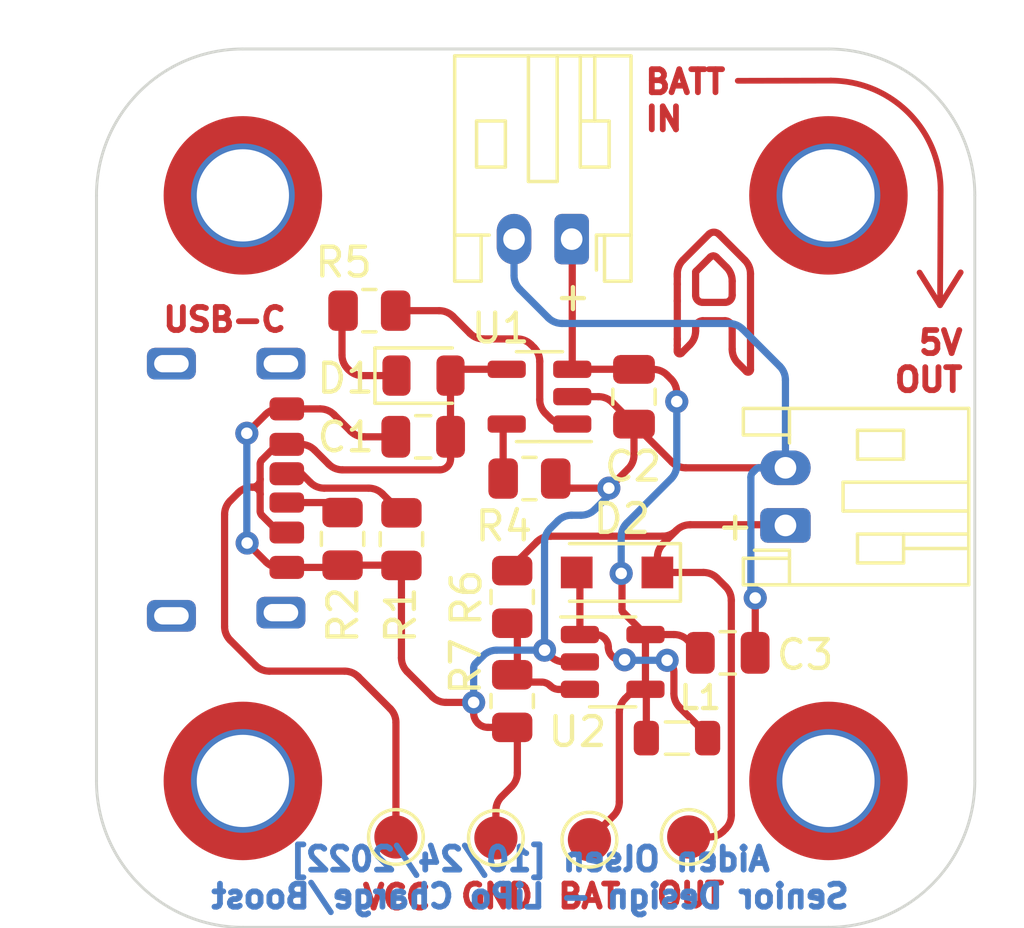
<source format=kicad_pcb>
(kicad_pcb (version 20211014) (generator pcbnew)
  (title_block (title "Lipo Charge and Boost Module") (date "10/31/2022") (rev "V1.0") (company "Senior Design"))
  (layers (0 "F.Cu" signal) (31 "B.Cu" signal) (34 "B.Paste" user) (35 "F.Paste" user) (36 "B.SilkS" user "B.Silkscreen") (37 "F.SilkS" user "F.Silkscreen") (38 "B.Mask" user) (39 "F.Mask" user) (44 "Edge.Cuts" user))
  (net 0 "")
  (net 1 "VCC")
  (net 2 "GND")
  (net 3 "+BATT")
  (net 4 "Net-(D1-Pad1)")
  (net 5 "+5V")
  (net 6 "Net-(D2-Pad2)")
  (net 7 "Net-(R4-Pad1)")
  (net 8 "Net-(R5-Pad1)")
  (net 9 "Net-(R6-Pad2)")
  (net 10 "Net-(R1-Pad1)")
  (net 11 "Net-(R2-Pad1)")
  (footprint "TestPoint:TestPoint_Pad_D1.5mm" (layer "F.Cu") (at 147.916457 112.529846)
    (fp_text reference "TP4" hide)
    (fp_text value "TestPoint")
    (fp_circle (center 0 0) (end 0 0.95) (layer "F.SilkS") (width 0.12) (fill none))
    (pad "1" smd circle (at 0 0) (size 1.5 1.5) (layers "F.Cu" "F.Mask") (net 3 "+BATT"))
  )
  (footprint "Resistor_SMD:R_0805_2012Metric" (layer "F.Cu") (at 139.348667 102.09019 -90)
    (fp_text reference "R2" (at 2.647751 -0.018495 90) (layer "F.SilkS"))
    (fp_text value "5.1k")
    (fp_line (start -0.227064 0.735) (end 0.227064 0.735) (layer "F.SilkS") (width 0.12))
    (fp_line (start -0.227064 -0.735) (end 0.227064 -0.735) (layer "F.SilkS") (width 0.12))
    (pad "1" smd roundrect (at -0.9125 0 270) (size 1.025 1.4) (layers "F.Cu" "F.Paste" "F.Mask") (roundrect_rratio 0.243902439) (net 11 "Net-(R2-Pad1)"))
    (pad "2" smd roundrect (at 0.9125 0 270) (size 1.025 1.4) (layers "F.Cu" "F.Paste" "F.Mask") (roundrect_rratio 0.243902439) (net 2 "GND"))
  )
  (footprint "Connector_JST:JST_PH_S2B-PH-K_1x02_P2.00mm_Horizontal" (layer "F.Cu") (at 147.299443 91.688531 180)
    (fp_text reference "J1" hide)
    (fp_text value "Conn_01x02_Male")
    (fp_line (start -2.06 0.14) (end -1.14 0.14) (layer "F.SilkS") (width 0.12))
    (fp_line (start -0.3 2.5) (end -1.3 2.5) (layer "F.SilkS") (width 0.12))
    (fp_line (start -2.06 6.36) (end 4.06 6.36) (layer "F.SilkS") (width 0.12))
    (fp_line (start 3.14 -1.46) (end 3.14 0.14) (layer "F.SilkS") (width 0.12))
    (fp_line (start -1.14 0.14) (end -1.14 -1.46) (layer "F.SilkS") (width 0.12))
    (fp_line (start 4.06 -1.46) (end 3.14 -1.46) (layer "F.SilkS") (width 0.12))
    (fp_line (start -2.06 -1.46) (end -2.06 6.36) (layer "F.SilkS") (width 0.12))
    (fp_line (start -1.3 4.1) (end -0.3 4.1) (layer "F.SilkS") (width 0.12))
    (fp_line (start 4.06 0.14) (end 3.14 0.14) (layer "F.SilkS") (width 0.12))
    (fp_line (start -0.3 4.1) (end -0.3 6.36) (layer "F.SilkS") (width 0.12))
    (fp_line (start 4.06 6.36) (end 4.06 -1.46) (layer "F.SilkS") (width 0.12))
    (fp_line (start 0.5 6.36) (end 0.5 2) (layer "F.SilkS") (width 0.12))
    (fp_line (start 2.3 2.5) (end 3.3 2.5) (layer "F.SilkS") (width 0.12))
    (fp_line (start 2.3 4.1) (end 2.3 2.5) (layer "F.SilkS") (width 0.12))
    (fp_line (start 3.14 0.14) (end 2.86 0.14) (layer "F.SilkS") (width 0.12))
    (fp_line (start -0.86 0.14) (end -0.86 -1.075) (layer "F.SilkS") (width 0.12))
    (fp_line (start -1.14 -1.46) (end -2.06 -1.46) (layer "F.SilkS") (width 0.12))
    (fp_line (start -0.86 0.14) (end -1.14 0.14) (layer "F.SilkS") (width 0.12))
    (fp_line (start -0.8 4.1) (end -0.8 6.36) (layer "F.SilkS") (width 0.12))
    (fp_line (start 0.5 2) (end 1.5 2) (layer "F.SilkS") (width 0.12))
    (fp_line (start 3.3 2.5) (end 3.3 4.1) (layer "F.SilkS") (width 0.12))
    (fp_line (start 1.5 2) (end 1.5 6.36) (layer "F.SilkS") (width 0.12))
    (fp_line (start -1.3 2.5) (end -1.3 4.1) (layer "F.SilkS") (width 0.12))
    (fp_line (start -0.3 4.1) (end -0.3 2.5) (layer "F.SilkS") (width 0.12))
    (fp_line (start 3.3 4.1) (end 2.3 4.1) (layer "F.SilkS") (width 0.12))
    (pad "1" thru_hole roundrect (at 0 0 180) (size 1.2 1.75) (drill 0.75) (layers *.Cu *.Mask) (roundrect_rratio 0.2083333333) (net 3 "+BATT"))
    (pad "2" thru_hole oval (at 2 0 180) (size 1.2 1.75) (drill 0.75) (layers *.Cu *.Mask) (net 2 "GND"))
  )
  (footprint "TestPoint:TestPoint_Pad_D1.5mm" (layer "F.Cu") (at 141.20115 112.435026)
    (fp_text reference "TP2" hide)
    (fp_text value "TestPoint")
    (fp_circle (center 0 0) (end 0 0.95) (layer "F.SilkS") (width 0.12) (fill none))
    (pad "1" smd circle (at 0 0) (size 1.5 1.5) (layers "F.Cu" "F.Mask") (net 1 "VCC"))
  )
  (footprint "LED_SMD:LED_0805_2012Metric" (layer "F.Cu") (at 142.157318 96.424454)
    (fp_text reference "D1" (at -2.703755 0.09872) (layer "F.SilkS"))
    (fp_text value "LED")
    (fp_line (start -1.685 -0.96) (end -1.685 0.96) (layer "F.SilkS") (width 0.12))
    (fp_line (start -1.685 0.96) (end 1 0.96) (layer "F.SilkS") (width 0.12))
    (fp_line (start 1 -0.96) (end -1.685 -0.96) (layer "F.SilkS") (width 0.12))
    (pad "1" smd roundrect (at -0.9375 0) (size 0.975 1.4) (layers "F.Cu" "F.Paste" "F.Mask") (net 4 "Net-(D1-Pad1)"))
    (pad "2" smd roundrect (at 0.9375 0) (size 0.975 1.4) (layers "F.Cu" "F.Paste" "F.Mask") (net 1 "VCC"))
  )
  (footprint "Capacitor_SMD:C_0805_2012Metric" (layer "F.Cu") (at 142.146949 98.548287 180)
    (fp_text reference "C1" (at 2.687313 -0.01233) (layer "F.SilkS"))
    (fp_text value "4.7uF")
    (fp_line (start -0.261252 -0.735) (end 0.261252 -0.735) (layer "F.SilkS") (width 0.12))
    (fp_line (start -0.261252 0.735) (end 0.261252 0.735) (layer "F.SilkS") (width 0.12))
    (pad "1" smd roundrect (at -0.95 0 180) (size 1 1.45) (layers "F.Cu" "F.Paste" "F.Mask") (net 1 "VCC"))
    (pad "2" smd roundrect (at 0.95 0 180) (size 1 1.45) (layers "F.Cu" "F.Paste" "F.Mask") (net 2 "GND"))
  )
  (footprint "Resistor_SMD:R_0805_2012Metric" (layer "F.Cu") (at 145.834261 99.997093)
    (fp_text reference "R4" (at -0.887751 1.652203) (layer "F.SilkS"))
    (fp_text value "2k")
    (fp_line (start -0.227064 0.735) (end 0.227064 0.735) (layer "F.SilkS") (width 0.12))
    (fp_line (start -0.227064 -0.735) (end 0.227064 -0.735) (layer "F.SilkS") (width 0.12))
    (pad "1" smd roundrect (at -0.9125 0) (size 1.025 1.4) (layers "F.Cu" "F.Paste" "F.Mask") (roundrect_rratio 0.243902439) (net 7 "Net-(R4-Pad1)"))
    (pad "2" smd roundrect (at 0.9125 0) (size 1.025 1.4) (layers "F.Cu" "F.Paste" "F.Mask") (roundrect_rratio 0.243902439) (net 2 "GND"))
  )
  (footprint "Capacitor_SMD:C_0805_2012Metric" (layer "F.Cu") (at 149.462361 97.15859 -90)
    (fp_text reference "C2" (at 2.417219 0.031444 180) (layer "F.SilkS"))
    (fp_text value "4.7uF")
    (fp_line (start -0.261252 0.735) (end 0.261252 0.735) (layer "F.SilkS") (width 0.12))
    (fp_line (start -0.261252 -0.735) (end 0.261252 -0.735) (layer "F.SilkS") (width 0.12))
    (pad "1" smd roundrect (at -0.95 0 270) (size 1 1.45) (layers "F.Cu" "F.Paste" "F.Mask") (net 3 "+BATT"))
    (pad "2" smd roundrect (at 0.95 0 270) (size 1 1.45) (layers "F.Cu" "F.Paste" "F.Mask") (net 2 "GND"))
  )
  (footprint "Package_TO_SOT_SMD:SOT-23-5" (layer "F.Cu") (at 146.1825 97.155 180)
    (fp_text reference "U1" (at 1.34848 2.372079) (layer "F.SilkS"))
    (fp_text value "MCP73831-2-OT")
    (fp_line (start 0 1.56) (end 0.8 1.56) (layer "F.SilkS") (width 0.12))
    (fp_line (start 0 -1.56) (end -1.8 -1.56) (layer "F.SilkS") (width 0.12))
    (fp_line (start 0 -1.56) (end 0.8 -1.56) (layer "F.SilkS") (width 0.12))
    (fp_line (start 0 1.56) (end -0.8 1.56) (layer "F.SilkS") (width 0.12))
    (pad "1" smd roundrect (at -1.1375 -0.95 180) (size 1.325 0.6) (layers "F.Cu" "F.Paste" "F.Mask") (net 8 "Net-(R5-Pad1)"))
    (pad "2" smd roundrect (at -1.1375 0 180) (size 1.325 0.6) (layers "F.Cu" "F.Paste" "F.Mask") (net 2 "GND"))
    (pad "3" smd roundrect (at -1.1375 0.95 180) (size 1.325 0.6) (layers "F.Cu" "F.Paste" "F.Mask") (net 3 "+BATT"))
    (pad "4" smd roundrect (at 1.1375 0.95 180) (size 1.325 0.6) (layers "F.Cu" "F.Paste" "F.Mask") (net 1 "VCC"))
    (pad "5" smd roundrect (at 1.1375 -0.95 180) (size 1.325 0.6) (layers "F.Cu" "F.Paste" "F.Mask") (net 7 "Net-(R4-Pad1)"))
  )
  (footprint "Resistor_SMD:R_0805_2012Metric" (layer "F.Cu") (at 140.279662 94.171124 180)
    (fp_text reference "R5" (at 0.893826 1.676886) (layer "F.SilkS"))
    (fp_text value "470")
    (fp_line (start -0.227064 -0.735) (end 0.227064 -0.735) (layer "F.SilkS") (width 0.12))
    (fp_line (start -0.227064 0.735) (end 0.227064 0.735) (layer "F.SilkS") (width 0.12))
    (pad "1" smd roundrect (at -0.9125 0 180) (size 1.025 1.4) (layers "F.Cu" "F.Paste" "F.Mask") (roundrect_rratio 0.243902439) (net 8 "Net-(R5-Pad1)"))
    (pad "2" smd roundrect (at 0.9125 0 180) (size 1.025 1.4) (layers "F.Cu" "F.Paste" "F.Mask") (roundrect_rratio 0.243902439) (net 4 "Net-(D1-Pad1)"))
  )
  (footprint "Resistor_SMD:R_0805_2012Metric" (layer "F.Cu") (at 141.392344 102.099437 -90)
    (fp_text reference "R1" (at 2.63568 0.023552 90) (layer "F.SilkS"))
    (fp_text value "5.1k")
    (fp_line (start -0.227064 0.735) (end 0.227064 0.735) (layer "F.SilkS") (width 0.12))
    (fp_line (start -0.227064 -0.735) (end 0.227064 -0.735) (layer "F.SilkS") (width 0.12))
    (pad "1" smd roundrect (at -0.9125 0 270) (size 1.025 1.4) (layers "F.Cu" "F.Paste" "F.Mask") (roundrect_rratio 0.243902439) (net 10 "Net-(R1-Pad1)"))
    (pad "2" smd roundrect (at 0.9125 0 270) (size 1.025 1.4) (layers "F.Cu" "F.Paste" "F.Mask") (roundrect_rratio 0.243902439) (net 2 "GND"))
  )
  (footprint "Resistor_SMD:R_0805_2012Metric" (layer "F.Cu") (at 145.236159 107.718858 -90)
    (fp_text reference "R7" (at -1.20852 1.614193 90) (layer "F.SilkS"))
    (fp_text value "1k")
    (fp_line (start -0.227064 -0.735) (end 0.227064 -0.735) (layer "F.SilkS") (width 0.12))
    (fp_line (start -0.227064 0.735) (end 0.227064 0.735) (layer "F.SilkS") (width 0.12))
    (pad "1" smd roundrect (at -0.9125 0 270) (size 1.025 1.4) (layers "F.Cu" "F.Paste" "F.Mask") (roundrect_rratio 0.243902439) (net 9 "Net-(R6-Pad2)"))
    (pad "2" smd roundrect (at 0.9125 0 270) (size 1.025 1.4) (layers "F.Cu" "F.Paste" "F.Mask") (roundrect_rratio 0.243902439) (net 2 "GND"))
  )
  (footprint "Adafruit 1offs:Adafruit SMD Power Only" (layer "F.Cu") (at 130.81 100.33 -90)
    (fp_text reference "U3" hide)
    (fp_text value "Adafruit USB-C")
    (pad "1" smd roundrect (at -2.75 -6.604 270) (size 0.8 1.2) (layers "F.Cu" "F.Paste" "F.Mask") (net 2 "GND"))
    (pad "2" smd roundrect (at -1.52 -6.604 270) (size 0.8 1.2) (layers "F.Cu" "F.Paste" "F.Mask") (net 1 "VCC"))
    (pad "3" smd roundrect (at -0.5 -6.604 270) (size 0.8 1.2) (layers "F.Cu" "F.Paste" "F.Mask") (net 10 "Net-(R1-Pad1)"))
    (pad "4" smd roundrect (at 0.5 -6.604 270) (size 0.7 1.2) (layers "F.Cu" "F.Paste" "F.Mask") (net 11 "Net-(R2-Pad1)"))
    (pad "5" smd roundrect (at 1.54 -6.604 270) (size 0.76 1.2) (layers "F.Cu" "F.Paste" "F.Mask") (net 1 "VCC"))
    (pad "6" smd roundrect (at 2.75 -6.604 270) (size 0.8 1.2) (layers "F.Cu" "F.Paste" "F.Mask") (net 2 "GND"))
    (pad "7" thru_hole roundrect (at 4.32 -6.4 270) (size 1.1 1.7) (drill oval 0.6 1.2) (layers *.Cu *.Mask))
    (pad "8" thru_hole roundrect (at 4.43 -2.6 270) (size 1.1 1.7) (drill oval 0.6 1.2) (layers *.Cu *.Mask))
    (pad "9" thru_hole roundrect (at -4.32 -2.6 270) (size 1.1 1.7) (drill oval 0.6 1.2) (layers *.Cu *.Mask))
    (pad "10" thru_hole roundrect (at -4.32 -6.4 270) (size 1.1 1.7) (drill oval 0.6 1.2) (layers *.Cu *.Mask))
  )
  (footprint "MountingHole:MountingHole_3.2mm_M3_ISO14580_Pad_TopOnly" (layer "F.Cu") (at 156.21 90.17)
    (fp_text reference "H2" hide)
    (fp_text value "MountingHole")
    (pad "1" connect circle (at 0 0) (size 5.5 5.5) (layers "F.Cu" "F.Mask"))
    (pad "1" thru_hole circle (at 0 0) (size 3.6 3.6) (drill 3.2) (layers *.Cu *.Mask))
  )
  (footprint "MountingHole:MountingHole_3.2mm_M3_ISO14580_Pad_TopOnly" (layer "F.Cu") (at 135.89 90.17)
    (fp_text reference "H1" hide)
    (fp_text value "MountingHole")
    (pad "1" connect circle (at 0 0) (size 5.5 5.5) (layers "F.Cu" "F.Mask"))
    (pad "1" thru_hole circle (at 0 0) (size 3.6 3.6) (drill 3.2) (layers *.Cu *.Mask))
  )
  (footprint "Package_TO_SOT_SMD:SOT-23-5" (layer "F.Cu") (at 148.7225 106.36)
    (fp_text reference "U2" (at -1.220554 2.425337) (layer "F.SilkS"))
    (fp_text value "AP3012")
    (fp_line (start 0 1.56) (end -0.8 1.56) (layer "F.SilkS") (width 0.12))
    (fp_line (start 0 1.56) (end 0.8 1.56) (layer "F.SilkS") (width 0.12))
    (fp_line (start 0 -1.56) (end 0.8 -1.56) (layer "F.SilkS") (width 0.12))
    (fp_line (start 0 -1.56) (end -1.8 -1.56) (layer "F.SilkS") (width 0.12))
    (pad "1" smd roundrect (at -1.1375 -0.95) (size 1.325 0.6) (layers "F.Cu" "F.Paste" "F.Mask") (net 6 "Net-(D2-Pad2)"))
    (pad "2" smd roundrect (at -1.1375 0) (size 1.325 0.6) (layers "F.Cu" "F.Paste" "F.Mask") (net 2 "GND"))
    (pad "3" smd roundrect (at -1.1375 0.95) (size 1.325 0.6) (layers "F.Cu" "F.Paste" "F.Mask") (net 9 "Net-(R6-Pad2)"))
    (pad "4" smd roundrect (at 1.1375 0.95) (size 1.325 0.6) (layers "F.Cu" "F.Paste" "F.Mask") (net 3 "+BATT"))
    (pad "5" smd roundrect (at 1.1375 -0.95) (size 1.325 0.6) (layers "F.Cu" "F.Paste" "F.Mask") (net 3 "+BATT"))
  )
  (footprint "Connector_JST:JST_PH_S2B-PH-K_1x02_P2.00mm_Horizontal" (layer "F.Cu") (at 154.718074 101.623867 90)
    (fp_text reference "J2" hide)
    (fp_text value "Conn_01x02_Male")
    (fp_line (start -2.06 6.36) (end 4.06 6.36) (layer "F.SilkS") (width 0.12))
    (fp_line (start -1.3 4.1) (end -0.3 4.1) (layer "F.SilkS") (width 0.12))
    (fp_line (start -0.86 0.14) (end -1.14 0.14) (layer "F.SilkS") (width 0.12))
    (fp_line (start -0.8 4.1) (end -0.8 6.36) (layer "F.SilkS") (width 0.12))
    (fp_line (start 3.3 4.1) (end 2.3 4.1) (layer "F.SilkS") (width 0.12))
    (fp_line (start -1.14 0.14) (end -1.14 -1.46) (layer "F.SilkS") (width 0.12))
    (fp_line (start 0.5 6.36) (end 0.5 2) (layer "F.SilkS") (width 0.12))
    (fp_line (start 4.06 -1.46) (end 3.14 -1.46) (layer "F.SilkS") (width 0.12))
    (fp_line (start -1.3 2.5) (end -1.3 4.1) (layer "F.SilkS") (width 0.12))
    (fp_line (start -0.3 2.5) (end -1.3 2.5) (layer "F.SilkS") (width 0.12))
    (fp_line (start 0.5 2) (end 1.5 2) (layer "F.SilkS") (width 0.12))
    (fp_line (start -0.86 0.14) (end -0.86 -1.075) (layer "F.SilkS") (width 0.12))
    (fp_line (start 2.3 4.1) (end 2.3 2.5) (layer "F.SilkS") (width 0.12))
    (fp_line (start 4.06 6.36) (end 4.06 -1.46) (layer "F.SilkS") (width 0.12))
    (fp_line (start 3.14 0.14) (end 2.86 0.14) (layer "F.SilkS") (width 0.12))
    (fp_line (start 4.06 0.14) (end 3.14 0.14) (layer "F.SilkS") (width 0.12))
    (fp_line (start -0.3 4.1) (end -0.3 2.5) (layer "F.SilkS") (width 0.12))
    (fp_line (start 3.14 -1.46) (end 3.14 0.14) (layer "F.SilkS") (width 0.12))
    (fp_line (start -0.3 4.1) (end -0.3 6.36) (layer "F.SilkS") (width 0.12))
    (fp_line (start -2.06 -1.46) (end -2.06 6.36) (layer "F.SilkS") (width 0.12))
    (fp_line (start -2.06 0.14) (end -1.14 0.14) (layer "F.SilkS") (width 0.12))
    (fp_line (start 1.5 2) (end 1.5 6.36) (layer "F.SilkS") (width 0.12))
    (fp_line (start 2.3 2.5) (end 3.3 2.5) (layer "F.SilkS") (width 0.12))
    (fp_line (start -1.14 -1.46) (end -2.06 -1.46) (layer "F.SilkS") (width 0.12))
    (fp_line (start 3.3 2.5) (end 3.3 4.1) (layer "F.SilkS") (width 0.12))
    (pad "1" thru_hole roundrect (at 0 0 90) (size 1.2 1.75) (drill 0.75) (layers *.Cu *.Mask) (roundrect_rratio 0.2083333333) (net 5 "+5V"))
    (pad "2" thru_hole oval (at 2 0 90) (size 1.2 1.75) (drill 0.75) (layers *.Cu *.Mask) (net 2 "GND"))
  )
  (footprint "Inductor_SMD:L_0805_2012Metric" (layer "F.Cu") (at 150.953347 109.004227)
    (fp_text reference "L1" (at 0.811191 -1.406102) (layer "F.SilkS") (effects (font (size 0.8 0.8))))
    (fp_text value "10uH")
    (fp_line (start -0.399622 0.56) (end 0.399622 0.56) (layer "F.SilkS") (width 0.12))
    (fp_line (start -0.399622 -0.56) (end 0.399622 -0.56) (layer "F.SilkS") (width 0.12))
    (pad "1" smd roundrect (at -1.0625 0) (size 0.875 1.2) (layers "F.Cu" "F.Paste" "F.Mask") (net 3 "+BATT"))
    (pad "2" smd roundrect (at 1.0625 0) (size 0.875 1.2) (layers "F.Cu" "F.Paste" "F.Mask") (net 6 "Net-(D2-Pad2)"))
  )
  (footprint "Diode_SMD:D_SOD-123F" (layer "F.Cu") (at 148.874204 103.255389 180)
    (fp_text reference "D2" (at -0.170668 1.863748) (layer "F.SilkS"))
    (fp_text value "1N5819")
    (fp_line (start -2.2 -1) (end -2.2 1) (layer "F.SilkS") (width 0.12))
    (fp_line (start -2.2 -1) (end 1.65 -1) (layer "F.SilkS") (width 0.12))
    (fp_line (start -2.2 1) (end 1.65 1) (layer "F.SilkS") (width 0.12))
    (pad "1" smd rect (at -1.4 0 180) (size 1.1 1.1) (layers "F.Cu" "F.Paste" "F.Mask") (net 5 "+5V"))
    (pad "2" smd rect (at 1.4 0 180) (size 1.1 1.1) (layers "F.Cu" "F.Paste" "F.Mask") (net 6 "Net-(D2-Pad2)"))
  )
  (footprint "MountingHole:MountingHole_3.2mm_M3_ISO14580_Pad_TopOnly" (layer "F.Cu") (at 156.21 110.49)
    (fp_text reference "H3" hide)
    (fp_text value "MountingHole")
    (pad "1" thru_hole circle (at 0 0) (size 3.6 3.6) (drill 3.2) (layers *.Cu *.Mask))
    (pad "1" connect circle (at 0 0) (size 5.5 5.5) (layers "F.Cu" "F.Mask"))
  )
  (footprint "MountingHole:MountingHole_3.2mm_M3_ISO14580_Pad_TopOnly" (layer "F.Cu") (at 135.89 110.49)
    (fp_text reference "H4" hide)
    (fp_text value "MountingHole")
    (pad "1" thru_hole circle (at 0 0) (size 3.6 3.6) (drill 3.2) (layers *.Cu *.Mask))
    (pad "1" connect circle (at 0 0) (size 5.5 5.5) (layers "F.Cu" "F.Mask"))
  )
  (footprint "Resistor_SMD:R_0805_2012Metric" (layer "F.Cu") (at 145.236217 104.104894 -90)
    (fp_text reference "R6" (at 0.035106 1.591683 90) (layer "F.SilkS"))
    (fp_text value "3k")
    (fp_line (start -0.227064 -0.735) (end 0.227064 -0.735) (layer "F.SilkS") (width 0.12))
    (fp_line (start -0.227064 0.735) (end 0.227064 0.735) (layer "F.SilkS") (width 0.12))
    (pad "1" smd roundrect (at -0.9125 0 270) (size 1.025 1.4) (layers "F.Cu" "F.Paste" "F.Mask") (roundrect_rratio 0.243902439) (net 5 "+5V"))
    (pad "2" smd roundrect (at 0.9125 0 270) (size 1.025 1.4) (layers "F.Cu" "F.Paste" "F.Mask") (roundrect_rratio 0.243902439) (net 9 "Net-(R6-Pad2)"))
  )
  (footprint "TestPoint:TestPoint_Pad_D1.5mm" (layer "F.Cu") (at 151.36115 112.435026)
    (fp_text reference "TP3" hide)
    (fp_text value "TestPoint")
    (fp_circle (center 0 0) (end 0 0.95) (layer "F.SilkS") (width 0.12) (fill none))
    (pad "1" smd circle (at 0 0) (size 1.5 1.5) (layers "F.Cu" "F.Mask") (net 5 "+5V"))
  )
  (footprint "TestPoint:TestPoint_Pad_D1.5mm" (layer "F.Cu") (at 144.670617 112.467426)
    (fp_text reference "TP1" hide)
    (fp_text value "TestPoint")
    (fp_circle (center 0 0) (end 0 0.95) (layer "F.SilkS") (width 0.12) (fill none))
    (pad "1" smd circle (at 0 0) (size 1.5 1.5) (layers "F.Cu" "F.Mask") (net 2 "GND"))
  )
  (footprint "Capacitor_SMD:C_0805_2012Metric" (layer "F.Cu") (at 152.715 106.045)
    (fp_text reference "C3" (at 2.684264 0.067802) (layer "F.SilkS"))
    (fp_text value "1uF")
    (fp_line (start -0.261252 -0.735) (end 0.261252 -0.735) (layer "F.SilkS") (width 0.12))
    (fp_line (start -0.261252 0.735) (end 0.261252 0.735) (layer "F.SilkS") (width 0.12))
    (pad "1" smd roundrect (at -0.95 0) (size 1 1.45) (layers "F.Cu" "F.Paste" "F.Mask") (net 3 "+BATT"))
    (pad "2" smd roundrect (at 0.95 0) (size 1 1.45) (layers "F.Cu" "F.Paste" "F.Mask") (net 2 "GND"))
  )
  (gr_line (start 160.082728 93.982645) (end 160.799187 92.841719) (layer "F.Cu") (width 0.2))
  (gr_line (start 156.293649 86.187504) (end 153.063639 86.193704) (layer "F.Cu") (width 0.2))
  (gr_line (start 160.082728 93.982645) (end 159.371984 92.848758) (layer "F.Cu") (width 0.2))
  (gr_arc (start 156.293649 86.187504) (mid 158.987726 87.303427) (end 160.103649 89.997504) (layer "F.Cu") (width 0.2))
  (gr_line (start 160.103649 89.997504) (end 160.083705 93.908424) (layer "F.Cu") (width 0.2))
  (gr_line (start 135.89 85.09) (end 156.21 85.09) (layer "Edge.Cuts") (width 0.1))
  (gr_line (start 161.29 90.17) (end 161.29 110.49) (layer "Edge.Cuts") (width 0.1))
  (gr_arc (start 130.81 90.17) (mid 132.297898 86.577898) (end 135.89 85.09) (layer "Edge.Cuts") (width 0.1))
  (gr_line (start 156.21 115.57) (end 135.89 115.57) (layer "Edge.Cuts") (width 0.1))
  (gr_line (start 130.81 110.49) (end 130.81 90.17) (layer "Edge.Cuts") (width 0.1))
  (gr_arc (start 135.89 115.57) (mid 132.297898 114.082102) (end 130.81 110.49) (layer "Edge.Cuts") (width 0.1))
  (gr_arc (start 161.29 110.49) (mid 159.802102 114.082102) (end 156.21 115.57) (layer "Edge.Cuts") (width 0.1))
  (gr_arc (start 156.21 85.09) (mid 159.802102 86.577898) (end 161.29 90.17) (layer "Edge.Cuts") (width 0.1))
  (gr_text "OUT" (at 151.4198 114.455721) (layer "F.Cu") (effects (font (size 0.8 0.8) (thickness 0.2))))
  (gr_text "USB-C" (at 135.255 94.482385) (layer "F.Cu") (effects (font (size 0.8 0.8) (thickness 0.2))))
  (gr_text "GND\n" (at 144.70263 114.491356) (layer "F.Cu") (effects (font (size 0.8 0.8) (thickness 0.2))))
  (gr_text "BAT\n" (at 147.909767 114.491356) (layer "F.Cu") (effects (font (size 0.8 0.8) (thickness 0.2))))
  (gr_text "BATT\nIN\n" (at 149.758298 86.875809) (layer "F.Cu") (effects (font (size 0.8 0.8) (thickness 0.2)) (justify left)))
  (gr_text "VCC\n" (at 141.228232 114.526991) (layer "F.Cu") (effects (font (size 0.8 0.8) (thickness 0.2))))
  (gr_text "5V\nOUT" (at 160.959521 95.927062) (layer "F.Cu") (effects (font (size 0.8 0.8) (thickness 0.2)) (justify right)))
  (gr_text "Aiden Olsen [10/24/2022]\nSenior Design - LiPo Charge/Boost" (at 145.857178 113.85241) (layer "B.Cu") (effects (font (size 0.8 0.8) (thickness 0.2)) (justify mirror)))
  (gr_text "+" (at 152.973983 101.625709) (layer "F.SilkS") (effects (font (size 1 1))))
  (gr_text "+" (at 147.343676 93.661319) (layer "F.SilkS") (effects (font (size 1 1))))
  (segment (start 151.850407 94.519552) (end 152.62041 94.519552) (width 0.25) (layer "F.Cu") (net 0))
  (segment (start 151.850407 93.884552) (end 152.62041 93.884552) (width 0.25) (layer "F.Cu") (net 0))
  (segment (start 151.610795 92.811546) (end 151.621181 92.801159) (width 0.25) (layer "F.Cu") (net 0))
  (segment (start 153.505409 92.896296) (end 153.505409 96.222063) (width 0.25) (layer "F.Cu") (net 0))
  (segment (start 152.058632 91.521327) (end 151.164632 92.415328) (width 0.25) (layer "F.Cu") (net 0))
  (segment (start 152.10695 92.315391) (end 151.641954 92.780386) (width 0.25) (layer "F.Cu") (net 0))
  (segment (start 150.965409 92.926478) (end 150.965409 92.896296) (width 0.25) (layer "F.Cu") (net 0))
  (segment (start 153.306185 92.415328) (end 152.412184 91.521327) (width 0.25) (layer "F.Cu") (net 0))
  (segment (start 152.870409 93.144302) (end 152.870409 93.634553) (width 0.25) (layer "F.Cu") (net 0))
  (segment (start 150.965409 92.926478) (end 150.965409 92.986842) (width 0.25) (layer "F.Cu") (net 0))
  (segment (start 152.323242 92.315391) (end 152.671185 92.663334) (width 0.25) (layer "F.Cu") (net 0))
  (segment (start 150.965409 95.377634) (end 150.965409 95.517253) (width 0.25) (layer "F.Cu") (net 0))
  (segment (start 150.965409 95.377634) (end 150.965409 95.154552) (width 0.25) (layer "F.Cu") (net 0))
  (segment (start 150.965409 92.986842) (end 150.965409 93.249552) (width 0.25) (layer "F.Cu") (net 0))
  (segment (start 150.965409 93.249552) (end 150.965409 93.835336) (width 0.25) (layer "F.Cu") (net 0))
  (segment (start 151.600409 94.76955) (end 151.600409 94.872807) (width 0.25) (layer "F.Cu") (net 0))
  (segment (start 152.870409 95.507807) (end 152.870409 94.76955) (width 0.25) (layer "F.Cu") (net 0))
  (segment (start 150.965409 94.568768) (end 150.965409 95.154552) (width 0.25) (layer "F.Cu") (net 0))
  (segment (start 150.965409 95.587063) (end 150.965409 95.517253) (width 0.25) (layer "F.Cu") (net 0))
  (segment (start 150.965409 93.835336) (end 150.965409 94.568768) (width 0.25) (layer "F.Cu") (net 0))
  (segment (start 153.069632 95.988775) (end 153.362228 96.281371) (width 0.25) (layer "F.Cu") (net 0))
  (segment (start 151.600409 92.836621) (end 151.600409 93.634553) (width 0.25) (layer "F.Cu") (net 0))
  (segment (start 151.401185 95.353775) (end 151.108589 95.646371) (width 0.25) (layer "F.Cu") (net 0))
  (segment (start 151.641954 92.780386) (end 151.621181 92.801159) (width 0.25) (layer "F.Cu") (net 0))
  (arc (start 153.069632 95.988775) (mid 152.922185 95.768105) (end 152.870409 95.507807) (width 0.25) (layer "F.Cu") (net 0))
  (arc (start 153.505409 92.896296) (mid 153.453632 92.635998) (end 153.306185 92.415328) (width 0.25) (layer "F.Cu") (net 0))
  (arc (start 152.058632 91.521327) (mid 152.235408 91.448104) (end 152.412184 91.521327) (width 0.25) (layer "F.Cu") (net 0))
  (arc (start 152.215096 92.270596) (mid 152.156568 92.282237) (end 152.10695 92.315391) (width 0.25) (layer "F.Cu") (net 0))
  (arc (start 152.870409 94.76955) (mid 152.797185 94.592774) (end 152.62041 94.519552) (width 0.25) (layer "F.Cu") (net 0))
  (arc (start 152.870409 93.144302) (mid 152.818632 92.884004) (end 152.671185 92.663334) (width 0.25) (layer "F.Cu") (net 0))
  (arc (start 152.62041 93.884552) (mid 152.797185 93.811328) (end 152.870409 93.634553) (width 0.25) (layer "F.Cu") (net 0))
  (arc (start 151.600409 92.836621) (mid 151.603108 92.82305) (end 151.610795 92.811546) (width 0.25) (layer "F.Cu") (net 0))
  (arc (start 151.401185 95.353775) (mid 151.548632 95.133105) (end 151.600409 94.872807) (width 0.25) (layer "F.Cu") (net 0))
  (arc (start 151.600409 94.76955) (mid 151.673631 94.592774) (end 151.850407 94.519552) (width 0.25) (layer "F.Cu") (net 0))
  (arc (start 150.965409 95.587063) (mid 151.017185 95.664552) (end 151.108589 95.646371) (width 0.25) (layer "F.Cu") (net 0))
  (arc (start 153.362228 96.281371) (mid 153.453632 96.299552) (end 153.505409 96.222063) (width 0.25) (layer "F.Cu") (net 0))
  (arc (start 150.965409 92.896296) (mid 151.017185 92.635998) (end 151.164632 92.415328) (width 0.25) (layer "F.Cu") (net 0))
  (arc (start 151.850407 93.884552) (mid 151.673631 93.811328) (end 151.600409 93.634553) (width 0.25) (layer "F.Cu") (net 0))
  (arc (start 152.215096 92.270596) (mid 152.273624 92.282237) (end 152.323242 92.315391) (width 0.25) (layer "F.Cu") (net 0))
  (segment (start 137.736462 98.81) (end 137.414 98.81) (width 0.25) (layer "F.Cu") (net 1))
  (segment (start 136.550082 101.273189) (end 137.052456 101.775563) (width 0.25) (layer "F.Cu") (net 1))
  (segment (start 139.899223 106.879223) (end 141.001926 107.981926) (width 0.25) (layer "F.Cu") (net 1))
  (segment (start 135.726949 100.49305) (end 135.454223 100.765776) (width 0.25) (layer "F.Cu") (net 1))
  (segment (start 137.414 98.81) (end 137.252769 98.81) (width 0.25) (layer "F.Cu") (net 1))
  (segment (start 145.045 96.205) (end 143.314272 96.205) (width 0.25) (layer "F.Cu") (net 1))
  (segment (start 136.325776 106.480776) (end 135.454223 105.609223) (width 0.25) (layer "F.Cu") (net 1))
  (segment (start 141.20115 108.462894) (end 141.20115 112.435026) (width 0.25) (layer "F.Cu") (net 1))
  (segment (start 136.806744 106.68) (end 139.418255 106.68) (width 0.25) (layer "F.Cu") (net 1))
  (segment (start 138.379223 99.009223) (end 138.865776 99.495776) (width 0.25) (layer "F.Cu") (net 1))
  (segment (start 137.736462 98.81) (end 137.898255 98.81) (width 0.25) (layer "F.Cu") (net 1))
  (segment (start 142.718058 99.695) (end 139.346744 99.695) (width 0.25) (layer "F.Cu") (net 1))
  (segment (start 136.239001 100.294) (end 136.2075 100.294) (width 0.25) (layer "F.Cu") (net 1))
  (segment (start 136.489 100.0125) (end 136.489 99.49795) (width 0.25) (layer "F.Cu") (net 1))
  (segment (start 137.280446 101.87) (end 137.414 101.87) (width 0.25) (layer "F.Cu") (net 1))
  (segment (start 135.255 101.246744) (end 135.255 105.128255) (width 0.25) (layer "F.Cu") (net 1))
  (segment (start 136.489 100.0125) (end 136.489 100.543998) (width 0.25) (layer "F.Cu") (net 1))
  (segment (start 143.094818 98.544649) (end 143.094818 96.424454) (width 0.25) (layer "F.Cu") (net 1))
  (segment (start 143.096949 99.316109) (end 143.096949 98.549793) (width 0.25) (layer "F.Cu") (net 1))
  (segment (start 136.97753 98.924007) (end 136.549396 99.352141) (width 0.25) (layer "F.Cu") (net 1))
  (segment (start 136.489 101.125724) (end 136.489 100.543998) (width 0.25) (layer "F.Cu") (net 1))
  (arc (start 141.20115 108.462894) (mid 141.149373 108.202596) (end 141.001926 107.981926) (width 0.25) (layer "F.Cu") (net 1))
  (arc (start 142.985974 99.584025) (mid 142.863053 99.666158) (end 142.718058 99.695) (width 0.25) (layer "F.Cu") (net 1))
  (arc (start 136.97753 98.924007) (mid 137.10381 98.839629) (end 137.252769 98.81) (width 0.25) (layer "F.Cu") (net 1))
  (arc (start 136.489 99.49795) (mid 136.504696 99.419039) (end 136.549396 99.352141) (width 0.25) (layer "F.Cu") (net 1))
  (arc (start 136.2075 100.294) (mid 135.947427 100.345731) (end 135.726949 100.49305) (width 0.25) (layer "F.Cu") (net 1))
  (arc (start 135.255 105.128255) (mid 135.306776 105.388553) (end 135.454223 105.609223) (width 0.25) (layer "F.Cu") (net 1))
  (arc (start 139.899223 106.879223) (mid 139.678553 106.731776) (end 139.418255 106.68) (width 0.25) (layer "F.Cu") (net 1))
  (arc (start 137.280446 101.87) (mid 137.157058 101.845456) (end 137.052456 101.775563) (width 0.25) (layer "F.Cu") (net 1))
  (arc (start 136.239001 100.294) (mid 136.415776 100.367222) (end 136.489 100.543998) (width 0.25) (layer "F.Cu") (net 1))
  (arc (start 135.255 101.246744) (mid 135.306776 100.986446) (end 135.454223 100.765776) (width 0.25) (layer "F.Cu") (net 1))
  (arc (start 143.095883 98.547221) (mid 143.096671 98.548401) (end 143.096949 98.549793) (width 0.25) (layer "F.Cu") (net 1))
  (arc (start 136.806744 106.68) (mid 136.546446 106.628223) (end 136.325776 106.480776) (width 0.25) (layer "F.Cu") (net 1))
  (arc (start 142.985974 99.584025) (mid 143.068107 99.461104) (end 143.096949 99.316109) (width 0.25) (layer "F.Cu") (net 1))
  (arc (start 138.379223 99.009223) (mid 138.158553 98.861776) (end 137.898255 98.81) (width 0.25) (layer "F.Cu") (net 1))
  (arc (start 138.865776 99.495776) (mid 139.086446 99.643223) (end 139.346744 99.695) (width 0.25) (layer "F.Cu") (net 1))
  (arc (start 136.239001 100.294) (mid 136.415776 100.21155) (end 136.489 100.0125) (width 0.25) (layer "F.Cu") (net 1))
  (arc (start 143.094818 98.544649) (mid 143.095094 98.546041) (end 143.095883 98.547221) (width 0.25) (layer "F.Cu") (net 1))
  (arc (start 136.489 101.125724) (mid 136.504875 101.205531) (end 136.550082 101.273189) (width 0.25) (layer "F.Cu") (net 1))
  (segment (start 137.414 97.58) (end 137.142636 97.58) (width 0.25) (layer "F.Cu") (net 2))
  (segment (start 137.956728 97.58) (end 138.573255 97.58) (width 0.25) (layer "F.Cu") (net 2))
  (segment (start 139.054223 97.779223) (end 139.624063 98.349063) (width 0.25) (layer "F.Cu") (net 2))
  (segment (start 137.148575 103.08) (end 137.414 103.08) (width 0.25) (layer "F.Cu") (net 2))
  (segment (start 145.415 108.666563) (end 145.415 110.208255) (width 0.25) (layer "F.Cu") (net 2))
  (segment (start 141.591567 106.697351) (end 142.46002 107.565804) (width 0.25) (layer "F.Cu") (net 2))
  (segment (start 148.227026 97.155) (end 147.32 97.155) (width 0.25) (layer "F.Cu") (net 2))
  (segment (start 137.956728 97.58) (end 137.414 97.58) (width 0.25) (layer "F.Cu") (net 2))
  (segment (start 149.462361 98.10859) (end 149.462361 99.175894) (width 0.25) (layer "F.Cu") (net 2))
  (segment (start 144.398468 108.631358) (end 145.236159 108.631358) (width 0.25) (layer "F.Cu") (net 2))
  (segment (start 141.392344 106.216383) (end 141.392344 103.018475) (width 0.25) (layer "F.Cu") (net 2))
  (segment (start 151.259382 99.623867) (end 154.718074 99.623867) (width 0.25) (layer "F.Cu") (net 2))
  (segment (start 136.679388 97.771883) (end 136.026272 98.425) (width 0.25) (layer "F.Cu") (net 2))
  (segment (start 153.67 104.14) (end 153.67 106.036464) (width 0.25) (layer "F.Cu") (net 2))
  (segment (start 144.670617 111.516127) (end 144.670617 112.467426) (width 0.25) (layer "F.Cu") (net 2))
  (segment (start 149.462361 98.10859) (end 150.778414 99.424643) (width 0.25) (layer "F.Cu") (net 2))
  (segment (start 143.89846 107.765028) (end 142.940988 107.765028) (width 0.25) (layer "F.Cu") (net 2))
  (segment (start 145.414971 108.666493) (end 145.414942 108.666464) (width 0.25) (layer "F.Cu") (net 2))
  (segment (start 149.462361 98.10859) (end 148.707994 97.354223) (width 0.25) (layer "F.Cu") (net 2))
  (segment (start 146.913214 100.163546) (end 146.746761 99.997093) (width 0.25) (layer "F.Cu") (net 2))
  (segment (start 147.047476 106.36) (end 147.585 106.36) (width 0.25) (layer "F.Cu") (net 2))
  (segment (start 140.105031 98.548287) (end 141.196949 98.548287) (width 0.25) (layer "F.Cu") (net 2))
  (segment (start 137.94485 103.08) (end 139.21669 103.08) (width 0.25) (layer "F.Cu") (net 2))
  (segment (start 147.315068 100.33) (end 148.59 100.33) (width 0.25) (layer "F.Cu") (net 2))
  (segment (start 143.89846 107.765028) (end 143.89846 108.131349) (width 0.25) (layer "F.Cu") (net 2))
  (segment (start 139.403333 103.00269) (end 141.376558 103.00269) (width 0.25) (layer "F.Cu") (net 2))
  (segment (start 146.566508 106.160776) (end 146.358269 105.952537) (width 0.25) (layer "F.Cu") (net 2))
  (segment (start 145.215776 110.689223) (end 144.86984 111.035159) (width 0.25) (layer "F.Cu") (net 2))
  (segment (start 149.263137 99.656862) (end 148.59 100.33) (width 0.25) (layer "F.Cu") (net 2))
  (segment (start 153.6675 106.0425) (end 153.665 106.045) (width 0.25) (layer "F.Cu") (net 2))
  (segment (start 137.94485 103.08) (end 137.414 103.08) (width 0.25) (layer "F.Cu") (net 2))
  (segment (start 136.03815 102.235) (end 136.695466 102.892316) (width 0.25) (layer "F.Cu") (net 2))
  (via (at 136.03815 102.235) (size 0.8) (drill 0.4) (layers "F.Cu" "B.Cu") (net 2))
  (via (at 136.026272 98.425) (size 0.8) (drill 0.4) (layers "F.Cu" "B.Cu") (net 2))
  (via (at 148.59 100.33) (size 0.8) (drill 0.4) (layers "F.Cu" "B.Cu") (net 2))
  (via (at 143.89846 107.765028) (size 0.8) (drill 0.4) (layers "F.Cu" "B.Cu") (net 2))
  (via (at 153.67 104.14) (size 0.8) (drill 0.4) (layers "F.Cu" "B.Cu") (net 2))
  (via (at 146.358269 105.952537) (size 0.8) (drill 0.4) (layers "F.Cu" "B.Cu") (net 2))
  (arc (start 139.054223 97.779223) (mid 138.833553 97.631776) (end 138.573255 97.58) (width 0.25) (layer "F.Cu") (net 2))
  (arc (start 151.259382 99.623867) (mid 150.999084 99.57209) (end 150.778414 99.424643) (width 0.25) (layer "F.Cu") (net 2))
  (arc (start 137.148575 103.08) (mid 136.903354 103.031222) (end 136.695466 102.892316) (width 0.25) (layer "F.Cu") (net 2))
  (arc (start 144.670617 111.516127) (mid 144.722393 111.255829) (end 144.86984 111.035159) (width 0.25) (layer "F.Cu") (net 2))
  (arc (start 142.46002 107.565804) (mid 142.68069 107.713251) (end 142.940988 107.765028) (width 0.25) (layer "F.Cu") (net 2))
  (arc (start 139.21669 103.08) (mid 139.267195 103.069953) (end 139.310012 103.041345) (width 0.25) (layer "F.Cu") (net 2))
  (arc (start 145.215776 110.689223) (mid 145.363223 110.468553) (end 145.415 110.208255) (width 0.25) (layer "F.Cu") (net 2))
  (arc (start 146.566508 106.160776) (mid 146.787178 106.308223) (end 147.047476 106.36) (width 0.25) (layer "F.Cu") (net 2))
  (arc (start 141.591567 106.697351) (mid 141.44412 106.476681) (end 141.392344 106.216383) (width 0.25) (layer "F.Cu") (net 2))
  (arc (start 141.392344 103.018475) (mid 141.391142 103.012434) (end 141.38772 103.007313) (width 0.25) (layer "F.Cu") (net 2))
  (arc (start 148.707994 97.354223) (mid 148.487324 97.206776) (end 148.227026 97.155) (width 0.25) (layer "F.Cu") (net 2))
  (arc (start 153.6675 106.0425) (mid 153.66935 106.03973) (end 153.67 106.036464) (width 0.25) (layer "F.Cu") (net 2))
  (arc (start 149.263137 99.656862) (mid 149.410584 99.436192) (end 149.462361 99.175894) (width 0.25) (layer "F.Cu") (net 2))
  (arc (start 139.403333 103.00269) (mid 139.352828 103.012736) (end 139.310012 103.041345) (width 0.25) (layer "F.Cu") (net 2))
  (arc (start 136.679388 97.771883) (mid 136.891928 97.629868) (end 137.142636 97.58) (width 0.25) (layer "F.Cu") (net 2))
  (arc (start 144.044909 108.484909) (mid 144.207123 108.593297) (end 144.398468 108.631358) (width 0.25) (layer "F.Cu") (net 2))
  (arc (start 141.38772 103.007313) (mid 141.382599 103.003891) (end 141.376558 103.00269) (width 0.25) (layer "F.Cu") (net 2))
  (arc (start 139.624063 98.349063) (mid 139.844733 98.49651) (end 140.105031 98.548287) (width 0.25) (layer "F.Cu") (net 2))
  (arc (start 147.315068 100.33) (mid 147.097586 100.28674) (end 146.913214 100.163546) (width 0.25) (layer "F.Cu") (net 2))
  (arc (start 144.044909 108.484909) (mid 143.93652 108.322694) (end 143.89846 108.131349) (width 0.25) (layer "F.Cu") (net 2))
  (arc (start 145.415 108.666563) (mid 145.414992 108.666525) (end 145.414971 108.666493) (width 0.25) (layer "F.Cu") (net 2))
  (segment (start 147.297384 101.26936) (end 147.622812 101.26936) (width 0.25) (layer "B.Cu") (net 2))
  (segment (start 153.654631 99.710367) (end 153.614235 99.750764) (width 0.25) (layer "B.Cu") (net 2))
  (segment (start 144.038711 106.336304) (end 143.966274 106.408742) (width 0.25) (layer "B.Cu") (net 2))
  (segment (start 153.654631 99.710367) (end 153.705566 99.659433) (width 0.25) (layer "B.Cu") (net 2))
  (segment (start 146.816416 101.468583) (end 146.557492 101.727507) (width 0.25) (layer "B.Cu") (net 2))
  (segment (start 148.10378 101.070136) (end 148.500226 100.67369) (width 0.25) (layer "B.Cu") (net 2))
  (segment (start 144.697112 105.952537) (end 146.358269 105.952537) (width 0.25) (layer "B.Cu") (net 2))
  (segment (start 154.718074 96.579818) (end 154.718074 99.623867) (width 0.25) (layer "B.Cu") (net 2))
  (segment (start 148.59 100.456958) (end 148.59 100.33) (width 0.25) (layer "B.Cu") (net 2))
  (segment (start 144.165092 106.209923) (end 144.228283 106.146732) (width 0.25) (layer "B.Cu") (net 2))
  (segment (start 144.165092 106.209923) (end 144.038711 106.336304) (width 0.25) (layer "B.Cu") (net 2))
  (segment (start 136.026272 102.214722) (end 136.026272 98.425) (width 0.25) (layer "B.Cu") (net 2))
  (segment (start 153.67 104.14) (end 153.594037 104.064037) (width 0.25) (layer "B.Cu") (net 2))
  (segment (start 136.032211 102.229061) (end 136.03815 102.235) (width 0.25) (layer "B.Cu") (net 2))
  (segment (start 153.791431 99.623867) (end 154.718074 99.623867) (width 0.25) (layer "B.Cu") (net 2))
  (segment (start 145.498666 93.428666) (end 146.485776 94.415776) (width 0.25) (layer "B.Cu") (net 2))
  (segment (start 143.89846 107.765028) (end 143.89846 106.572459) (width 0.25) (layer "B.Cu") (net 2))
  (segment (start 145.299443 92.947698) (end 145.299443 91.688531) (width 0.25) (layer "B.Cu") (net 2))
  (segment (start 154.51885 96.09885) (end 153.234223 94.814223) (width 0.25) (layer "B.Cu") (net 2))
  (segment (start 146.358269 102.208475) (end 146.358269 105.952537) (width 0.25) (layer "B.Cu") (net 2))
  (segment (start 153.594037 99.770963) (end 153.614235 99.750764) (width 0.25) (layer "B.Cu") (net 2))
  (segment (start 146.966744 94.615) (end 152.753255 94.615) (width 0.25) (layer "B.Cu") (net 2))
  (segment (start 153.518074 99.954353) (end 153.518074 103.880646) (width 0.25) (layer "B.Cu") (net 2))
  (arc (start 143.966274 106.408742) (mid 143.916084 106.483856) (end 143.89846 106.572459) (width 0.25) (layer "B.Cu") (net 2))
  (arc (start 136.032211 102.229061) (mid 136.027815 102.222482) (end 136.026272 102.214722) (width 0.25) (layer "B.Cu") (net 2))
  (arc (start 146.358269 102.208475) (mid 146.410045 101.948177) (end 146.557492 101.727507) (width 0.25) (layer "B.Cu") (net 2))
  (arc (start 153.791431 99.623867) (mid 153.744961 99.63311) (end 153.705566 99.659433) (width 0.25) (layer "B.Cu") (net 2))
  (arc (start 144.228283 106.146732) (mid 144.443383 106.003006) (end 144.697112 105.952537) (width 0.25) (layer "B.Cu") (net 2))
  (arc (start 146.966744 94.615) (mid 146.706446 94.563223) (end 146.485776 94.415776) (width 0.25) (layer "B.Cu") (net 2))
  (arc (start 148.500226 100.67369) (mid 148.566668 100.574252) (end 148.59 100.456958) (width 0.25) (layer "B.Cu") (net 2))
  (arc (start 152.753255 94.615) (mid 153.013553 94.666776) (end 153.234223 94.814223) (width 0.25) (layer "B.Cu") (net 2))
  (arc (start 148.10378 101.070136) (mid 147.88311 101.217583) (end 147.622812 101.26936) (width 0.25) (layer "B.Cu") (net 2))
  (arc (start 153.518074 99.954353) (mid 153.537816 99.855103) (end 153.594037 99.770963) (width 0.25) (layer "B.Cu") (net 2))
  (arc (start 145.299443 92.947698) (mid 145.351219 93.207996) (end 145.498666 93.428666) (width 0.25) (layer "B.Cu") (net 2))
  (arc (start 146.816416 101.468583) (mid 147.037086 101.321136) (end 147.297384 101.26936) (width 0.25) (layer "B.Cu") (net 2))
  (arc (start 154.718074 96.579818) (mid 154.666297 96.31952) (end 154.51885 96.09885) (width 0.25) (layer "B.Cu") (net 2))
  (arc (start 153.594037 104.064037) (mid 153.537816 103.979896) (end 153.518074 103.880646) (width 0.25) (layer "B.Cu") (net 2))
  (segment (start 150.131615 96.20859) (end 149.464899 96.20859) (width 0.25) (layer "F.Cu") (net 3))
  (segment (start 149.890847 107.362659) (end 149.890847 109.004227) (width 0.25) (layer "F.Cu") (net 3))
  (segment (start 149.046262 104.423046) (end 149.046262 103.336354) (width 0.25) (layer "F.Cu") (net 3))
  (segment (start 149.032391 103.302867) (end 149.01852 103.288996) (width 0.25) (layer "F.Cu") (net 3))
  (segment (start 149.838187 107.31) (end 149.668321 107.31) (width 0.25) (layer "F.Cu") (net 3))
  (segment (start 149.86 105.41) (end 149.076882 104.626882) (width 0.25) (layer "F.Cu") (net 3))
  (segment (start 147.32 91.723623) (end 147.32 96.205) (width 0.25) (layer "F.Cu") (net 3))
  (segment (start 148.75453 111.691772) (end 147.916457 112.529846) (width 0.25) (layer "F.Cu") (net 3))
  (segment (start 150.74738 96.54261) (end 150.612583 96.407813) (width 0.25) (layer "F.Cu") (net 3))
  (segment (start 148.953754 111.210804) (end 148.953754 108.114633) (width 0.25) (layer "F.Cu") (net 3))
  (segment (start 150.848255 105.41) (end 149.86 105.41) (width 0.25) (layer "F.Cu") (net 3))
  (segment (start 149.046262 104.509654) (end 149.046262 104.552958) (width 0.25) (layer "F.Cu") (net 3))
  (segment (start 149.456232 96.205) (end 147.32 96.205) (width 0.25) (layer "F.Cu") (net 3))
  (segment (start 149.341105 107.445536) (end 149.152977 107.633665) (width 0.25) (layer "F.Cu") (net 3))
  (segment (start 149.86 105.41) (end 149.86 107.288187) (width 0.25) (layer "F.Cu") (net 3))
  (segment (start 150.946604 97.023578) (end 150.946604 97.32442) (width 0.25) (layer "F.Cu") (net 3))
  (segment (start 147.309721 91.698809) (end 147.299443 91.688531) (width 0.25) (layer "F.Cu") (net 3))
  (segment (start 149.046262 104.423046) (end 149.046262 104.509654) (width 0.25) (layer "F.Cu") (net 3))
  (segment (start 151.329223 105.609223) (end 151.765 106.045) (width 0.25) (layer "F.Cu") (net 3))
  (via (at 150.946604 97.32442) (size 0.8) (drill 0.4) (layers "F.Cu" "B.Cu") (net 3))
  (via (at 149.01852 103.288996) (size 0.8) (drill 0.4) (layers "F.Cu" "B.Cu") (net 3))
  (arc (start 150.131615 96.20859) (mid 150.391913 96.260366) (end 150.612583 96.407813) (width 0.25) (layer "F.Cu") (net 3))
  (arc (start 149.341105 107.445536) (mid 149.491233 107.345224) (end 149.668321 107.31) (width 0.25) (layer "F.Cu") (net 3))
  (arc (start 150.848255 105.41) (mid 151.108553 105.461776) (end 151.329223 105.609223) (width 0.25) (layer "F.Cu") (net 3))
  (arc (start 150.946604 97.023578) (mid 150.894827 96.76328) (end 150.74738 96.54261) (width 0.25) (layer "F.Cu") (net 3))
  (arc (start 147.32 91.723623) (mid 147.317328 91.710194) (end 147.309721 91.698809) (width 0.25) (layer "F.Cu") (net 3))
  (arc (start 149.838187 107.31) (mid 149.853611 107.303611) (end 149.86 107.288187) (width 0.25) (layer "F.Cu") (net 3))
  (arc (start 149.460566 96.206795) (mid 149.462554 96.208123) (end 149.464899 96.20859) (width 0.25) (layer "F.Cu") (net 3))
  (arc (start 149.046262 104.552958) (mid 149.054219 104.592965) (end 149.076882 104.626882) (width 0.25) (layer "F.Cu") (net 3))
  (arc (start 149.875423 107.325423) (mid 149.886838 107.342507) (end 149.890847 107.362659) (width 0.25) (layer "F.Cu") (net 3))
  (arc (start 149.046262 103.336354) (mid 149.042657 103.318231) (end 149.032391 103.302867) (width 0.25) (layer "F.Cu") (net 3))
  (arc (start 149.875423 107.325423) (mid 149.864008 107.308339) (end 149.86 107.288187) (width 0.25) (layer "F.Cu") (net 3))
  (arc (start 149.456232 96.205) (mid 149.458577 96.205466) (end 149.460566 96.206795) (width 0.25) (layer "F.Cu") (net 3))
  (arc (start 149.838187 107.31) (mid 149.858339 107.314008) (end 149.875423 107.325423) (width 0.25) (layer "F.Cu") (net 3))
  (arc (start 148.75453 111.691772) (mid 148.901977 111.471102) (end 148.953754 111.210804) (width 0.25) (layer "F.Cu") (net 3))
  (arc (start 149.152977 107.633665) (mid 149.00553 107.854335) (end 148.953754 108.114633) (width 0.25) (layer "F.Cu") (net 3))
  (segment (start 149.01852 102.017176) (end 149.01852 103.288996) (width 0.25) (layer "B.Cu") (net 3))
  (segment (start 150.946604 99.525603) (end 150.946604 97.32442) (width 0.25) (layer "B.Cu") (net 3))
  (segment (start 150.74738 100.006571) (end 149.217743 101.536208) (width 0.25) (layer "B.Cu") (net 3))
  (arc (start 149.01852 102.017176) (mid 149.070296 101.756878) (end 149.217743 101.536208) (width 0.25) (layer "B.Cu") (net 3))
  (arc (start 150.74738 100.006571) (mid 150.894827 99.785901) (end 150.946604 99.525603) (width 0.25) (layer "B.Cu") (net 3))
  (segment (start 139.330172 94.234269) (end 139.330172 95.711118) (width 0.25) (layer "F.Cu") (net 4))
  (segment (start 140.043507 96.424454) (end 141.219818 96.424454) (width 0.25) (layer "F.Cu") (net 4))
  (segment (start 139.348667 94.189619) (end 139.367162 94.171124) (width 0.25) (layer "F.Cu") (net 4))
  (segment (start 139.529395 96.192086) (end 139.562539 96.22523) (width 0.25) (layer "F.Cu") (net 4))
  (arc (start 139.562539 96.22523) (mid 139.783209 96.372677) (end 140.043507 96.424454) (width 0.25) (layer "F.Cu") (net 4))
  (arc (start 139.330172 94.234269) (mid 139.334978 94.210104) (end 139.348667 94.189619) (width 0.25) (layer "F.Cu") (net 4))
  (arc (start 139.529395 96.192086) (mid 139.381948 95.971416) (end 139.330172 95.711118) (width 0.25) (layer "F.Cu") (net 4))
  (segment (start 146.088137 102.196862) (end 145.541395 102.743604) (width 0.25) (layer "F.Cu") (net 5))
  (segment (start 145.415 103.04875) (end 145.415 103.2275) (width 0.25) (layer "F.Cu") (net 5))
  (segment (start 150.93118 101.798819) (end 150.58918 102.140819) (width 0.25) (layer "F.Cu") (net 5))
  (segment (start 150.58918 102.140819) (end 150.473427 102.256572) (width 0.25) (layer "F.Cu") (net 5))
  (segment (start 152.84 104.226744) (end 152.84 111.673255) (width 0.25) (layer "F.Cu") (net 5))
  (segment (start 146.569105 101.997639) (end 150.451187 101.997639) (width 0.25) (layer "F.Cu") (net 5))
  (segment (start 151.868644 103.255389) (end 150.524202 103.255389) (width 0.25) (layer "F.Cu") (net 5))
  (segment (start 152.078229 112.435026) (end 151.36115 112.435026) (width 0.25) (layer "F.Cu") (net 5))
  (segment (start 150.274204 103.00539) (end 150.274204 102.73754) (width 0.25) (layer "F.Cu") (net 5))
  (segment (start 152.559197 112.235802) (end 152.640776 112.154223) (width 0.25) (layer "F.Cu") (net 5))
  (segment (start 152.640776 103.745776) (end 152.349612 103.454612) (width 0.25) (layer "F.Cu") (net 5))
  (segment (start 151.411173 101.6) (end 154.94 101.6) (width 0.25) (layer "F.Cu") (net 5))
  (arc (start 152.078229 112.435026) (mid 152.338527 112.383249) (end 152.559197 112.235802) (width 0.25) (layer "F.Cu") (net 5))
  (arc (start 150.93118 101.798819) (mid 150.710957 101.945967) (end 150.451187 101.997639) (width 0.25) (layer "F.Cu") (net 5))
  (arc (start 146.088137 102.196862) (mid 146.308807 102.049415) (end 146.569105 101.997639) (width 0.25) (layer "F.Cu") (net 5))
  (arc (start 150.93118 101.798819) (mid 151.151402 101.651671) (end 151.411173 101.6) (width 0.25) (layer "F.Cu") (net 5))
  (arc (start 152.640776 112.154223) (mid 152.788223 111.933553) (end 152.84 111.673255) (width 0.25) (layer "F.Cu") (net 5))
  (arc (start 150.274204 102.73754) (mid 150.32598 102.477242) (end 150.473427 102.256572) (width 0.25) (layer "F.Cu") (net 5))
  (arc (start 152.640776 103.745776) (mid 152.788223 103.966446) (end 152.84 104.226744) (width 0.25) (layer "F.Cu") (net 5))
  (arc (start 150.58918 102.140819) (mid 150.578907 102.049415) (end 150.451187 101.997639) (width 0.25) (layer "F.Cu") (net 5))
  (arc (start 145.415 103.04875) (mid 145.447848 102.883606) (end 145.541395 102.743604) (width 0.25) (layer "F.Cu") (net 5))
  (arc (start 151.868644 103.255389) (mid 152.128942 103.307165) (end 152.349612 103.454612) (width 0.25) (layer "F.Cu") (net 5))
  (arc (start 150.274204 103.00539) (mid 150.347426 103.182165) (end 150.524202 103.255389) (width 0.25) (layer "F.Cu") (net 5))
  (segment (start 149.1355 106.286679) (end 148.983589 106.286679) (width 0.25) (layer "F.Cu") (net 6))
  (segment (start 147.585 103.525087) (end 147.297361 103.237448) (width 0.25) (layer "F.Cu") (net 6))
  (segment (start 148.445097 105.542531) (end 148.442041 105.539475) (width 0.25) (layer "F.Cu") (net 6))
  (segment (start 150.8475 106.70576) (end 150.8475 107.456675) (width 0.25) (layer "F.Cu") (net 6))
  (segment (start 147.834998 105.41) (end 148.12946 105.41) (width 0.25) (layer "F.Cu") (net 6))
  (segment (start 151.046723 107.937643) (end 151.981389 108.872309) (width 0.25) (layer "F.Cu") (net 6))
  (segment (start 147.529602 103.310787) (end 147.474204 103.255389) (width 0.25) (layer "F.Cu") (net 6))
  (segment (start 147.585 105.160001) (end 147.585 103.444529) (width 0.25) (layer "F.Cu") (net 6))
  (segment (start 152.015847 108.955497) (end 152.015847 109.004227) (width 0.25) (layer "F.Cu") (net 6))
  (segment (start 148.724262 106.179262) (end 148.697934 106.152934) (width 0.25) (layer "F.Cu") (net 6))
  (segment (start 150.729822 106.421661) (end 150.612145 106.303984) (width 0.25) (layer "F.Cu") (net 6))
  (via (at 150.612145 106.303984) (size 0.8) (drill 0.4) (layers "F.Cu" "B.Cu") (net 6))
  (via (at 149.1355 106.286679) (size 0.8) (drill 0.4) (layers "F.Cu" "B.Cu") (net 6))
  (arc (start 147.834998 105.41) (mid 147.658222 105.336776) (end 147.585 105.160001) (width 0.25) (layer "F.Cu") (net 6))
  (arc (start 148.571516 105.847733) (mid 148.60437 106.012906) (end 148.697934 106.152934) (width 0.25) (layer "F.Cu") (net 6))
  (arc (start 147.585 103.444529) (mid 147.570602 103.372148) (end 147.529602 103.310787) (width 0.25) (layer "F.Cu") (net 6))
  (arc (start 150.8475 106.70576) (mid 150.816916 106.552006) (end 150.729822 106.421661) (width 0.25) (layer "F.Cu") (net 6))
  (arc (start 148.724262 106.179262) (mid 148.843242 106.258762) (end 148.983589 106.286679) (width 0.25) (layer "F.Cu") (net 6))
  (arc (start 152.015847 108.955497) (mid 152.006891 108.910476) (end 151.981389 108.872309) (width 0.25) (layer "F.Cu") (net 6))
  (arc (start 148.12946 105.41) (mid 148.298627 105.443649) (end 148.442041 105.539475) (width 0.25) (layer "F.Cu") (net 6))
  (arc (start 150.8475 107.456675) (mid 150.899276 107.716973) (end 151.046723 107.937643) (width 0.25) (layer "F.Cu") (net 6))
  (arc (start 148.445097 105.542531) (mid 148.53866 105.682558) (end 148.571516 105.847733) (width 0.25) (layer "F.Cu") (net 6))
  (segment (start 149.144152 106.295331) (end 149.1355 106.286679) (width 0.25) (layer "B.Cu") (net 6))
  (segment (start 150.612145 106.303984) (end 149.165041 106.303984) (width 0.25) (layer "B.Cu") (net 6))
  (arc (start 149.144152 106.295331) (mid 149.153736 106.301735) (end 149.165041 106.303984) (width 0.25) (layer "B.Cu") (net 6))
  (segment (start 144.98338 98.166619) (end 145.045 98.105) (width 0.25) (layer "F.Cu") (net 7))
  (segment (start 144.921761 98.315382) (end 144.921761 99.997093) (width 0.25) (layer "F.Cu") (net 7))
  (arc (start 144.921761 98.315382) (mid 144.937775 98.234872) (end 144.98338 98.166619) (width 0.25) (layer "F.Cu") (net 7))
  (segment (start 143.18212 94.370347) (end 143.763898 94.952125) (width 0.25) (layer "F.Cu") (net 8))
  (segment (start 147.039783 98.105) (end 147.32 98.105) (width 0.25) (layer "F.Cu") (net 8))
  (segment (start 145.992523 95.451485) (end 145.89161 95.350572) (width 0.25) (layer "F.Cu") (net 8))
  (segment (start 142.701152 94.171124) (end 141.192162 94.171124) (width 0.25) (layer "F.Cu") (net 8))
  (segment (start 145.410642 95.151349) (end 144.244866 95.151349) (width 0.25) (layer "F.Cu") (net 8))
  (segment (start 146.191747 97.255435) (end 146.191747 95.932453) (width 0.25) (layer "F.Cu") (net 8))
  (segment (start 146.39097 97.736403) (end 146.561424 97.906857) (width 0.25) (layer "F.Cu") (net 8))
  (arc (start 147.039783 98.105) (mid 146.780897 98.053504) (end 146.561424 97.906857) (width 0.25) (layer "F.Cu") (net 8))
  (arc (start 143.18212 94.370347) (mid 142.96145 94.2229) (end 142.701152 94.171124) (width 0.25) (layer "F.Cu") (net 8))
  (arc (start 144.244866 95.151349) (mid 143.984568 95.099572) (end 143.763898 94.952125) (width 0.25) (layer "F.Cu") (net 8))
  (arc (start 145.410642 95.151349) (mid 145.67094 95.203125) (end 145.89161 95.350572) (width 0.25) (layer "F.Cu") (net 8))
  (arc (start 146.191747 97.255435) (mid 146.243523 97.515733) (end 146.39097 97.736403) (width 0.25) (layer "F.Cu") (net 8))
  (arc (start 145.992523 95.451485) (mid 146.13997 95.672155) (end 146.191747 95.932453) (width 0.25) (layer "F.Cu") (net 8))
  (segment (start 145.415 107.06) (end 146.249687 107.06) (width 0.25) (layer "F.Cu") (net 9))
  (segment (start 146.865312 107.315) (end 147.576464 107.315) (width 0.25) (layer "F.Cu") (net 9))
  (segment (start 147.5825 107.3125) (end 147.585 107.31) (width 0.25) (layer "F.Cu") (net 9))
  (segment (start 145.415 107.06) (end 145.415 105.0525) (width 0.25) (layer "F.Cu") (net 9))
  (arc (start 146.249687 107.06) (mid 146.416274 107.093136) (end 146.5575 107.1875) (width 0.25) (layer "F.Cu") (net 9))
  (arc (start 147.576464 107.315) (mid 147.57973 107.31435) (end 147.5825 107.3125) (width 0.25) (layer "F.Cu") (net 9))
  (arc (start 146.865312 107.315) (mid 146.698725 107.281863) (end 146.5575 107.1875) (width 0.25) (layer "F.Cu") (net 9))
  (segment (start 138.230776 100.130776) (end 137.881974 99.781974) (width 0.25) (layer "F.Cu") (net 10))
  (segment (start 140.73463 100.529223) (end 141.392344 101.186937) (width 0.25) (layer "F.Cu") (net 10))
  (segment (start 138.711744 100.33) (end 140.253662 100.33) (width 0.25) (layer "F.Cu") (net 10))
  (segment (start 137.672 99.695) (end 137.644459 99.695) (width 0.25) (layer "F.Cu") (net 10))
  (segment (start 137.4815 99.7625) (end 137.414 99.83) (width 0.25) (layer "F.Cu") (net 10))
  (arc (start 137.881974 99.781974) (mid 137.785637 99.717603) (end 137.672 99.695) (width 0.25) (layer "F.Cu") (net 10))
  (arc (start 137.4815 99.7625) (mid 137.556266 99.712542) (end 137.644459 99.695) (width 0.25) (layer "F.Cu") (net 10))
  (arc (start 138.230776 100.130776) (mid 138.451446 100.278223) (end 138.711744 100.33) (width 0.25) (layer "F.Cu") (net 10))
  (arc (start 140.253662 100.33) (mid 140.51396 100.381776) (end 140.73463 100.529223) (width 0.25) (layer "F.Cu") (net 10))
  (segment (start 139.174822 101.003845) (end 139.348667 101.17769) (width 0.25) (layer "F.Cu") (net 11))
  (segment (start 138.755123 100.83) (end 137.414 100.83) (width 0.25) (layer "F.Cu") (net 11))
  (arc (start 139.174822 101.003845) (mid 138.982262 100.87518) (end 138.755123 100.83) (width 0.25) (layer "F.Cu") (net 11))
)
</source>
